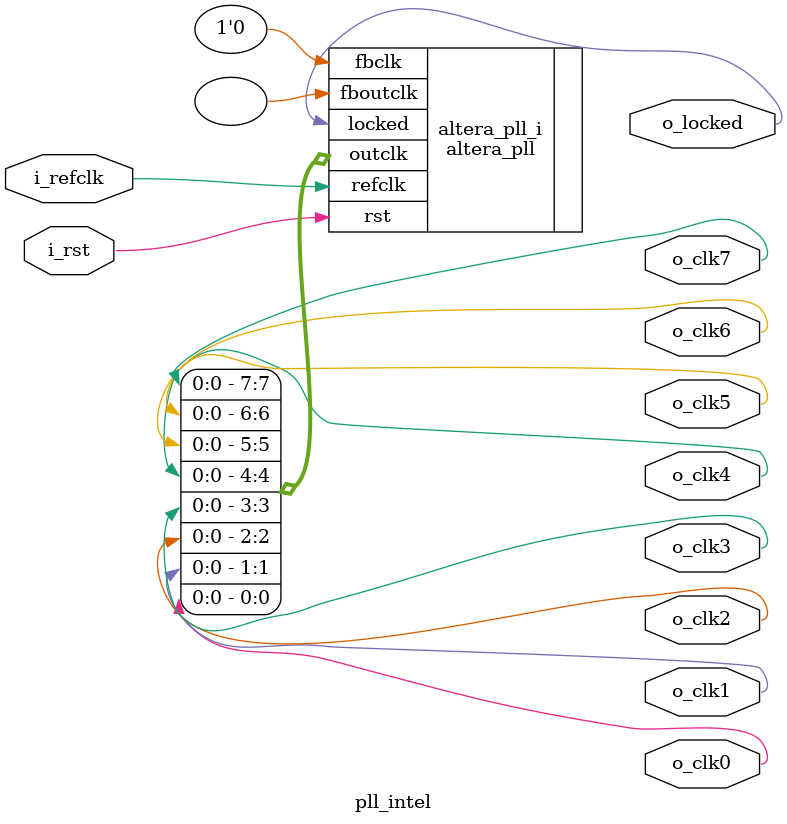
<source format=v>


`timescale 1ns/10ps
module pll_intel(
  input wire i_rst,
  input wire i_refclk,
  output wire o_locked,
  output wire o_clk0,
  output wire o_clk1,
  output wire o_clk2,
  output wire o_clk3,
  output wire o_clk4,
  output wire o_clk5,
  output wire o_clk6,
  output wire o_clk7
);

  parameter REFERENCE_CLOCK_FREQUENCY = "100.0 MHz";
  parameter NUMBER_OF_CLOCKS = 1;
  parameter OUTPUT_CLOCK_FREQUENCY0 = "100.0 MHz";
  parameter PHASE_SHIFT0 = "0 ps";
  parameter DUTY_CYCLE0 = 50;
  parameter OUTPUT_CLOCK_FREQUENCY1 = "0 MHz";
  parameter PHASE_SHIFT1 = "0 ps";
  parameter DUTY_CYCLE1 = 50;
  parameter OUTPUT_CLOCK_FREQUENCY2 = "0 MHz";
  parameter PHASE_SHIFT2 = "0 ps";
  parameter DUTY_CYCLE2 = 50;
  parameter OUTPUT_CLOCK_FREQUENCY3 = "0 MHz";
  parameter PHASE_SHIFT3 = "0 ps";
  parameter DUTY_CYCLE3 = 50;
  parameter OUTPUT_CLOCK_FREQUENCY4 = "0 MHz";
  parameter PHASE_SHIFT4 = "0 ps";
  parameter DUTY_CYCLE4 = 50;
  parameter OUTPUT_CLOCK_FREQUENCY5 = "0 MHz";
  parameter PHASE_SHIFT5 = "0 ps";
  parameter DUTY_CYCLE5 = 50;
  parameter OUTPUT_CLOCK_FREQUENCY6 = "0 MHz";
  parameter PHASE_SHIFT6 = "0 ps";
  parameter DUTY_CYCLE6 = 50;
  parameter OUTPUT_CLOCK_FREQUENCY7 = "0 MHz";
  parameter PHASE_SHIFT7 = "0 ps";
  parameter DUTY_CYCLE7 = 50;

  altera_pll #(
    .fractional_vco_multiplier("false"),
    .reference_clock_frequency(REFERENCE_CLOCK_FREQUENCY),
    .operation_mode("direct"),
    .number_of_clocks(NUMBER_OF_CLOCKS),
    .output_clock_frequency0(OUTPUT_CLOCK_FREQUENCY0),
    .phase_shift0(PHASE_SHIFT0),
    .duty_cycle0(DUTY_CYCLE0),
    .output_clock_frequency1(OUTPUT_CLOCK_FREQUENCY1),
    .phase_shift1(PHASE_SHIFT1),
    .duty_cycle1(DUTY_CYCLE1),
    .output_clock_frequency2(OUTPUT_CLOCK_FREQUENCY2),
    .phase_shift2(PHASE_SHIFT2),
    .duty_cycle2(DUTY_CYCLE2),
    .output_clock_frequency3(OUTPUT_CLOCK_FREQUENCY3),
    .phase_shift3(PHASE_SHIFT3),
    .duty_cycle3(DUTY_CYCLE3),
    .output_clock_frequency4(OUTPUT_CLOCK_FREQUENCY4),
    .phase_shift4(PHASE_SHIFT4),
    .duty_cycle4(DUTY_CYCLE4),
    .output_clock_frequency5(OUTPUT_CLOCK_FREQUENCY5),
    .phase_shift5(PHASE_SHIFT5),
    .duty_cycle5(DUTY_CYCLE5),
    .output_clock_frequency6(OUTPUT_CLOCK_FREQUENCY6),
    .phase_shift6(PHASE_SHIFT6),
    .duty_cycle6(DUTY_CYCLE6),
    .output_clock_frequency7(OUTPUT_CLOCK_FREQUENCY7),
    .phase_shift7(PHASE_SHIFT7),
    .duty_cycle7(DUTY_CYCLE7),
    .output_clock_frequency8("0 MHz"),
    .phase_shift8("0 ps"),
    .duty_cycle8(50),
    .output_clock_frequency9("0 MHz"),
    .phase_shift9("0 ps"),
    .duty_cycle9(50),
    .output_clock_frequency10("0 MHz"),
    .phase_shift10("0 ps"),
    .duty_cycle10(50),
    .output_clock_frequency11("0 MHz"),
    .phase_shift11("0 ps"),
    .duty_cycle11(50),
    .output_clock_frequency12("0 MHz"),
    .phase_shift12("0 ps"),
    .duty_cycle12(50),
    .output_clock_frequency13("0 MHz"),
    .phase_shift13("0 ps"),
    .duty_cycle13(50),
    .output_clock_frequency14("0 MHz"),
    .phase_shift14("0 ps"),
    .duty_cycle14(50),
    .output_clock_frequency15("0 MHz"),
    .phase_shift15("0 ps"),
    .duty_cycle15(50),
    .output_clock_frequency16("0 MHz"),
    .phase_shift16("0 ps"),
    .duty_cycle16(50),
    .output_clock_frequency17("0 MHz"),
    .phase_shift17("0 ps"),
    .duty_cycle17(50),
    .pll_type("General"),
    .pll_subtype("General")
  ) altera_pll_i (
    .rst(i_rst),
    .outclk({o_clk7, o_clk6, o_clk5, o_clk4, o_clk3, o_clk2, o_clk1, o_clk0}),
    .locked(o_locked),
    .fboutclk( ),
    .fbclk(1'b0),
    .refclk(i_refclk)
  );
endmodule


</source>
